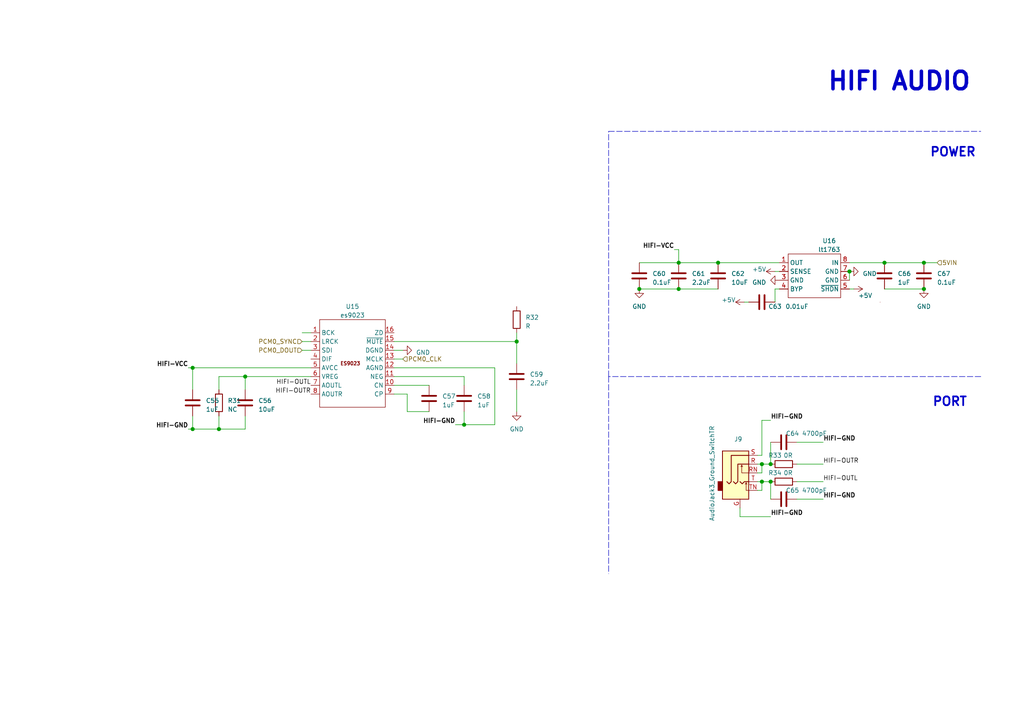
<source format=kicad_sch>
(kicad_sch (version 20210406) (generator eeschema)
  (paper "A4")
  (lib_symbols
    (symbol "Connector:AudioJack3_Ground_SwitchTR"
      (property "Reference" "J" (at 0 8.89 0))
      (property "Value" "AudioJack3_Ground_SwitchTR" (at 0 6.35 0))
      (symbol "AudioJack3_Ground_SwitchTR_0_1"
        (rectangle (start -5.08 -5.08) (end -6.35 -7.62) (stroke (width 0.254)) (fill (type outline)))
        (rectangle (start 2.54 3.81) (end -5.08 -10.16) (stroke (width 0.254)) (fill (type background)))
        (polyline (pts (xy 0.508 -0.254) (xy 0.762 -0.762)))
        (polyline (pts (xy 1.778 -5.334) (xy 2.032 -5.842)))
        (polyline (pts (xy 0 -5.08) (xy 0.635 -5.715) (xy 1.27 -5.08) (xy 2.54 -5.08)) (stroke (width 0.254)))
        (polyline (pts (xy 2.54 -7.62) (xy 1.778 -7.62) (xy 1.778 -5.334) (xy 1.524 -5.842)))
        (polyline (pts (xy 2.54 -2.54) (xy 0.508 -2.54) (xy 0.508 -0.254) (xy 0.254 -0.762)))
        (polyline (pts (xy -1.905 -5.08) (xy -1.27 -5.715) (xy -0.635 -5.08) (xy -0.635 0) (xy 2.54 0)) (stroke (width 0.254)))
        (polyline (pts (xy 2.54 2.54) (xy -2.54 2.54) (xy -2.54 -5.08) (xy -3.175 -5.715) (xy -3.81 -5.08)) (stroke (width 0.254)))
      )
      (symbol "AudioJack3_Ground_SwitchTR_1_1"
        (pin passive line (at 0 -12.7 90) (length 2.54) (name "~") (number "G"))
        (pin passive line (at 5.08 0 180) (length 2.54) (name "~") (number "R"))
        (pin passive line (at 5.08 -2.54 180) (length 2.54) (name "~") (number "RN"))
        (pin passive line (at 5.08 2.54 180) (length 2.54) (name "~") (number "S"))
        (pin passive line (at 5.08 -5.08 180) (length 2.54) (name "~") (number "T"))
        (pin passive line (at 5.08 -7.62 180) (length 2.54) (name "~") (number "TN"))
      )
    )
    (symbol "Device:C" (pin_numbers hide) (pin_names (offset 0.254))
      (property "Reference" "C" (at 0.635 2.54 0))
      (property "Value" "C" (at 0.635 -2.54 0))
      (symbol "C_0_1"
        (polyline (pts (xy -2.032 -0.762) (xy 2.032 -0.762)) (stroke (width 0.508)))
        (polyline (pts (xy -2.032 0.762) (xy 2.032 0.762)) (stroke (width 0.508)))
      )
      (symbol "C_1_1"
        (pin passive line (at 0 3.81 270) (length 2.794) (name "~") (number "1"))
        (pin passive line (at 0 -3.81 90) (length 2.794) (name "~") (number "2"))
      )
    )
    (symbol "Device:R" (pin_numbers hide) (pin_names (offset 0))
      (property "Reference" "R" (at 2.032 0 90))
      (property "Value" "R" (at 0 0 90))
      (symbol "R_0_1"
        (rectangle (start -1.016 -2.54) (end 1.016 2.54) (stroke (width 0.254)))
      )
      (symbol "R_1_1"
        (pin passive line (at 0 3.81 270) (length 1.27) (name "~") (number "1"))
        (pin passive line (at 0 -3.81 90) (length 1.27) (name "~") (number "2"))
      )
    )
    (symbol "es9023:es9023"
      (property "Reference" "U" (at 10.16 -13.97 0))
      (property "Value" "es9023" (at -6.35 13.97 0))
      (symbol "es9023_0_0"
        (text "ES9023" (at 0 0 0) (effects (font (size 1 1) bold)))
      )
      (symbol "es9023_0_1"
        (rectangle (start -8.89 12.7) (end 10.16 -12.7) (stroke (width 0.1524)))
      )
      (symbol "es9023_1_1"
        (pin input line (at -11.43 8.89 0) (length 2.54) (name "BCK") (number "1"))
        (pin input line (at 12.7 -6.35 180) (length 2.54) (name "CN") (number "10"))
        (pin input line (at 12.7 -3.81 180) (length 2.54) (name "NEG") (number "11"))
        (pin input line (at 12.7 -1.27 180) (length 2.54) (name "AGND") (number "12"))
        (pin input line (at 12.7 1.27 180) (length 2.54) (name "MCLK") (number "13"))
        (pin input line (at 12.7 3.81 180) (length 2.54) (name "DGND") (number "14"))
        (pin input line (at 12.7 6.35 180) (length 2.54) (name "~MUTE") (number "15"))
        (pin input line (at 12.7 8.89 180) (length 2.54) (name "ZD") (number "16"))
        (pin input line (at -11.43 6.35 0) (length 2.54) (name "LRCK") (number "2"))
        (pin input line (at -11.43 3.81 0) (length 2.54) (name "SDI") (number "3"))
        (pin input line (at -11.43 1.27 0) (length 2.54) (name "DIF") (number "4"))
        (pin input line (at -11.43 -1.27 0) (length 2.54) (name "AVCC") (number "5"))
        (pin input line (at -11.43 -3.81 0) (length 2.54) (name "VREG") (number "6"))
        (pin input line (at -11.43 -6.35 0) (length 2.54) (name "AOUTL") (number "7"))
        (pin input line (at -11.43 -8.89 0) (length 2.54) (name "AOUTR") (number "8"))
        (pin input line (at 12.7 -8.89 180) (length 2.54) (name "CP") (number "9"))
      )
    )
    (symbol "lt1763:lt1763"
      (property "Reference" "U" (at 7.62 -7.62 0))
      (property "Value" "lt1763" (at -5.08 7.62 0))
      (symbol "lt1763_0_1"
        (rectangle (start -7.62 6.35) (end 7.62 -6.35) (stroke (width 0.1524)))
        (rectangle (start 19.05 -7.62) (end 19.05 -7.62) (stroke (width 0.1524)))
      )
      (symbol "lt1763_1_1"
        (pin input line (at -10.16 3.81 0) (length 2.54) (name "OUT") (number "1"))
        (pin input line (at -10.16 1.27 0) (length 2.54) (name "SENSE") (number "2"))
        (pin input line (at -10.16 -1.27 0) (length 2.54) (name "GND") (number "3"))
        (pin input line (at -10.16 -3.81 0) (length 2.54) (name "BYP") (number "4"))
        (pin input line (at 10.16 -3.81 180) (length 2.54) (name "~SHDN") (number "5"))
        (pin input line (at 10.16 -1.27 180) (length 2.54) (name "GND") (number "6"))
        (pin input line (at 10.16 1.27 180) (length 2.54) (name "GND") (number "7"))
        (pin input line (at 10.16 3.81 180) (length 2.54) (name "IN") (number "8"))
      )
    )
    (symbol "power:+5V" (power) (pin_names (offset 0))
      (property "Value" "+5V" (at 0 3.556 0))
      (symbol "+5V_0_1"
        (polyline (pts (xy -0.762 1.27) (xy 0 2.54)))
        (polyline (pts (xy 0 0) (xy 0 2.54)))
        (polyline (pts (xy 0 2.54) (xy 0.762 1.27)))
      )
      (symbol "+5V_1_1"
        (pin power_in line (at 0 0 90) (length 0) hide (name "+5V") (number "1"))
      )
    )
    (symbol "power:GND" (power) (pin_names (offset 0))
      (property "Value" "GND" (at 0 -3.81 0))
      (symbol "GND_0_1"
        (polyline (pts (xy 0 0) (xy 0 -1.27) (xy 1.27 -1.27) (xy 0 -2.54) (xy -1.27 -1.27) (xy 0 -1.27)))
      )
      (symbol "GND_1_1"
        (pin power_in line (at 0 0 270) (length 0) hide (name "GND") (number "1"))
      )
    )
  )
  (junction (at 55.88 106.68) (diameter 1.016))
  (junction (at 55.88 124.46) (diameter 1.016))
  (junction (at 63.5 124.46) (diameter 1.016))
  (junction (at 71.12 109.22) (diameter 1.016))
  (junction (at 134.62 123.19) (diameter 1.016))
  (junction (at 149.86 99.06) (diameter 1.016))
  (junction (at 185.42 83.82) (diameter 1.016))
  (junction (at 196.85 76.2) (diameter 1.016))
  (junction (at 196.85 83.82) (diameter 1.016))
  (junction (at 208.28 76.2) (diameter 1.016))
  (junction (at 220.98 134.62) (diameter 1.016))
  (junction (at 220.98 139.7) (diameter 1.016))
  (junction (at 223.52 134.62) (diameter 1.016))
  (junction (at 223.52 139.7) (diameter 1.016))
  (junction (at 246.38 78.74) (diameter 1.016))
  (junction (at 256.54 76.2) (diameter 1.016))
  (junction (at 267.97 76.2) (diameter 1.016))
  (junction (at 267.97 83.82) (diameter 1.016))
  (wire (pts (xy 54.61 106.68) (xy 55.88 106.68)))
  (wire (pts (xy 54.61 124.46) (xy 55.88 124.46)))
  (wire (pts (xy 55.88 106.68) (xy 90.17 106.68)))
  (wire (pts (xy 55.88 113.03) (xy 55.88 106.68)))
  (wire (pts (xy 55.88 120.65) (xy 55.88 124.46)))
  (wire (pts (xy 55.88 124.46) (xy 63.5 124.46)))
  (wire (pts (xy 63.5 109.22) (xy 71.12 109.22)))
  (wire (pts (xy 63.5 113.03) (xy 63.5 109.22)))
  (wire (pts (xy 63.5 120.65) (xy 63.5 124.46)))
  (wire (pts (xy 63.5 124.46) (xy 71.12 124.46)))
  (wire (pts (xy 71.12 109.22) (xy 71.12 113.03)))
  (wire (pts (xy 71.12 109.22) (xy 90.17 109.22)))
  (wire (pts (xy 71.12 120.65) (xy 71.12 124.46)))
  (wire (pts (xy 87.63 96.52) (xy 90.17 96.52)))
  (wire (pts (xy 87.63 99.06) (xy 90.17 99.06)))
  (wire (pts (xy 87.63 101.6) (xy 90.17 101.6)))
  (wire (pts (xy 114.3 99.06) (xy 149.86 99.06)))
  (wire (pts (xy 114.3 101.6) (xy 116.84 101.6)))
  (wire (pts (xy 114.3 104.14) (xy 116.84 104.14)))
  (wire (pts (xy 114.3 106.68) (xy 143.51 106.68)))
  (wire (pts (xy 114.3 109.22) (xy 134.62 109.22)))
  (wire (pts (xy 114.3 111.76) (xy 124.46 111.76)))
  (wire (pts (xy 114.3 114.3) (xy 118.11 114.3)))
  (wire (pts (xy 118.11 114.3) (xy 118.11 119.38)))
  (wire (pts (xy 118.11 119.38) (xy 124.46 119.38)))
  (wire (pts (xy 134.62 109.22) (xy 134.62 111.76)))
  (wire (pts (xy 134.62 119.38) (xy 134.62 123.19)))
  (wire (pts (xy 134.62 123.19) (xy 132.08 123.19)))
  (wire (pts (xy 143.51 106.68) (xy 143.51 123.19)))
  (wire (pts (xy 143.51 123.19) (xy 134.62 123.19)))
  (wire (pts (xy 149.86 96.52) (xy 149.86 99.06)))
  (wire (pts (xy 149.86 99.06) (xy 149.86 105.41)))
  (wire (pts (xy 149.86 113.03) (xy 149.86 119.38)))
  (wire (pts (xy 185.42 76.2) (xy 196.85 76.2)))
  (wire (pts (xy 185.42 83.82) (xy 196.85 83.82)))
  (wire (pts (xy 195.58 72.39) (xy 196.85 72.39)))
  (wire (pts (xy 196.85 72.39) (xy 196.85 76.2)))
  (wire (pts (xy 196.85 76.2) (xy 208.28 76.2)))
  (wire (pts (xy 196.85 83.82) (xy 208.28 83.82)))
  (wire (pts (xy 208.28 76.2) (xy 226.06 76.2)))
  (wire (pts (xy 214.63 147.32) (xy 214.63 149.86)))
  (wire (pts (xy 214.63 149.86) (xy 223.52 149.86)))
  (wire (pts (xy 215.9 87.63) (xy 217.17 87.63)))
  (wire (pts (xy 219.71 134.62) (xy 220.98 134.62)))
  (wire (pts (xy 219.71 137.16) (xy 220.98 137.16)))
  (wire (pts (xy 219.71 139.7) (xy 220.98 139.7)))
  (wire (pts (xy 219.71 142.24) (xy 220.98 142.24)))
  (wire (pts (xy 220.98 121.92) (xy 220.98 132.08)))
  (wire (pts (xy 220.98 132.08) (xy 219.71 132.08)))
  (wire (pts (xy 220.98 134.62) (xy 223.52 134.62)))
  (wire (pts (xy 220.98 137.16) (xy 220.98 134.62)))
  (wire (pts (xy 220.98 139.7) (xy 220.98 142.24)))
  (wire (pts (xy 220.98 139.7) (xy 223.52 139.7)))
  (wire (pts (xy 223.52 121.92) (xy 220.98 121.92)))
  (wire (pts (xy 223.52 128.27) (xy 223.52 134.62)))
  (wire (pts (xy 223.52 139.7) (xy 223.52 144.78)))
  (wire (pts (xy 224.79 78.74) (xy 226.06 78.74)))
  (wire (pts (xy 224.79 83.82) (xy 224.79 87.63)))
  (wire (pts (xy 226.06 83.82) (xy 224.79 83.82)))
  (wire (pts (xy 231.14 134.62) (xy 238.76 134.62)))
  (wire (pts (xy 231.14 139.7) (xy 238.76 139.7)))
  (wire (pts (xy 238.76 128.27) (xy 231.14 128.27)))
  (wire (pts (xy 238.76 144.78) (xy 231.14 144.78)))
  (wire (pts (xy 246.38 76.2) (xy 256.54 76.2)))
  (wire (pts (xy 246.38 78.74) (xy 246.38 81.28)))
  (wire (pts (xy 246.38 83.82) (xy 247.65 83.82)))
  (wire (pts (xy 256.54 76.2) (xy 267.97 76.2)))
  (wire (pts (xy 256.54 83.82) (xy 267.97 83.82)))
  (wire (pts (xy 267.97 76.2) (xy 271.78 76.2)))
  (polyline (pts (xy 176.53 38.1) (xy 284.48 38.1)) (stroke (width 0) (type dash)))
  (polyline (pts (xy 176.53 109.22) (xy 176.53 38.1)) (stroke (width 0) (type dash)))
  (polyline (pts (xy 176.53 109.22) (xy 176.53 166.37)) (stroke (width 0) (type dash)))
  (polyline (pts (xy 284.48 109.22) (xy 176.53 109.22)) (stroke (width 0) (type dash)))
  (text "PORT\n" (at 280.67 118.11 180) (effects (font (size 2.54 2.54) (thickness 0.508) bold) (justify right bottom)))
  (text "HIFI AUDIO" (at 281.94 26.67 180) (effects (font (size 5.08 5.08) (thickness 1.016) bold) (justify right bottom)))
  (text "POWER\n" (at 283.21 45.72 180) (effects (font (size 2.54 2.54) (thickness 0.508) bold) (justify right bottom)))
  (label "HIFI-VCC" (at 54.61 106.68 180) (effects (font (thickness 0.254) bold)))
  (label "HIFI-GND" (at 54.61 124.46 180) (effects (font (thickness 0.254) bold)))
  (label "HIFI-OUTL" (at 90.17 111.76 180))
  (label "HIFI-OUTR" (at 90.17 114.3 180))
  (label "HIFI-GND" (at 132.08 123.19 180) (effects (font (thickness 0.254) bold)))
  (label "HIFI-VCC" (at 195.58 72.39 180) (effects (font (thickness 0.254) bold)))
  (label "HIFI-GND" (at 223.52 121.92 0) (effects (font (thickness 0.254) bold)))
  (label "HIFI-GND" (at 223.52 149.86 0) (effects (font (thickness 0.254) bold)))
  (label "HIFI-GND" (at 238.76 128.27 0) (effects (font (thickness 0.254) bold)))
  (label "HIFI-OUTR" (at 238.76 134.62 0))
  (label "HIFI-OUTL" (at 238.76 139.7 0))
  (label "HIFI-GND" (at 238.76 144.78 0) (effects (font (thickness 0.254) bold)))
  (hierarchical_label "PCM0_SYNC" (shape input) (at 87.63 99.06 180))
  (hierarchical_label "PCM0_DOUT" (shape input) (at 87.63 101.6 180))
  (hierarchical_label "PCM0_CLK" (shape input) (at 116.84 104.14 0))
  (hierarchical_label "5VIN" (shape input) (at 271.78 76.2 0))
  (symbol (lib_id "power:+5V") (at 215.9 87.63 90) (unit 1)
    (property "Reference" "#PWR0196" (effects hide))
    (property "Value" "+5V" (at 213.36 86.9951 90) (effects (justify left)))
  )
  (symbol (lib_id "power:+5V") (at 224.79 78.74 90) (unit 1)
    (property "Reference" "#PWR0194" (effects hide))
    (property "Value" "+5V" (at 222.25 78.1051 90) (effects (justify left)))
  )
  (symbol (lib_id "power:+5V") (at 247.65 83.82 270) (unit 1)
    (property "Reference" "#PWR0195" (effects hide))
    (property "Value" "+5V" (at 248.92 85.7249 90) (effects (justify left)))
  )
  (symbol (lib_id "power:GND") (at 116.84 101.6 90) (unit 1)
    (property "Reference" "#PWR0188" (effects hide))
    (property "Value" "GND" (at 120.65 102.2349 90) (effects (justify right)))
  )
  (symbol (lib_id "power:GND") (at 149.86 119.38 0) (unit 1)
    (property "Reference" "#PWR0189" (effects hide))
    (property "Value" "GND" (at 149.86 124.46 0))
  )
  (symbol (lib_id "power:GND") (at 185.42 83.82 0) (unit 1)
    (property "Reference" "#PWR0197" (effects hide))
    (property "Value" "GND" (at 185.42 88.9 0))
  )
  (symbol (lib_id "power:GND") (at 226.06 81.28 270) (unit 1)
    (property "Reference" "#PWR0190" (effects hide))
    (property "Value" "GND" (at 222.25 81.9149 90) (effects (justify right)))
  )
  (symbol (lib_id "power:GND") (at 246.38 78.74 90) (unit 1)
    (property "Reference" "#PWR0193" (effects hide))
    (property "Value" "GND" (at 250.19 79.3749 90) (effects (justify right)))
  )
  (symbol (lib_id "power:GND") (at 267.97 83.82 0) (unit 1)
    (property "Reference" "#PWR0191" (effects hide))
    (property "Value" "GND" (at 267.97 88.9 0))
  )
  (symbol (lib_id "Device:R") (at 63.5 116.84 0) (unit 1)
    (property "Reference" "R31" (at 66.04 116.2049 0) (effects (justify left)))
    (property "Value" "NC" (at 66.04 118.7449 0) (effects (justify left)))
    (property "Footprint" "Resistor_SMD:R_0402_1005Metric" (effects hide))
  )
  (symbol (lib_id "Device:R") (at 149.86 92.71 0) (unit 1)
    (property "Reference" "R32" (at 152.4 92.0749 0) (effects (justify left)))
    (property "Value" "R" (at 152.4 94.6149 0) (effects (justify left)))
    (property "Footprint" "Resistor_SMD:R_0402_1005Metric" (effects hide))
  )
  (symbol (lib_id "Device:R") (at 227.33 134.62 90) (unit 1)
    (property "Reference" "R33" (at 224.79 132.08 90))
    (property "Value" "0R" (at 228.6 132.08 90))
    (property "Footprint" "Resistor_SMD:R_0402_1005Metric" (effects hide))
  )
  (symbol (lib_id "Device:R") (at 227.33 139.7 90) (unit 1)
    (property "Reference" "R34" (at 224.79 137.16 90))
    (property "Value" "0R" (at 228.6 137.16 90))
    (property "Footprint" "Resistor_SMD:R_0402_1005Metric" (effects hide))
  )
  (symbol (lib_id "Device:C") (at 55.88 116.84 0) (unit 1)
    (property "Reference" "C55" (at 59.69 116.2049 0) (effects (justify left)))
    (property "Value" "1uF" (at 59.69 118.7449 0) (effects (justify left)))
    (property "Footprint" "Capacitor_SMD:C_0603_1608Metric" (effects hide))
  )
  (symbol (lib_id "Device:C") (at 71.12 116.84 0) (unit 1)
    (property "Reference" "C56" (at 74.93 116.2049 0) (effects (justify left)))
    (property "Value" "10uF" (at 74.93 118.7449 0) (effects (justify left)))
    (property "Footprint" "Capacitor_SMD:C_0805_2012Metric" (effects hide))
  )
  (symbol (lib_id "Device:C") (at 124.46 115.57 0) (unit 1)
    (property "Reference" "C57" (at 128.27 114.9349 0) (effects (justify left)))
    (property "Value" "1uF" (at 128.27 117.4749 0) (effects (justify left)))
    (property "Footprint" "Capacitor_SMD:C_0603_1608Metric" (effects hide))
  )
  (symbol (lib_id "Device:C") (at 134.62 115.57 0) (unit 1)
    (property "Reference" "C58" (at 138.43 114.9349 0) (effects (justify left)))
    (property "Value" "1uF" (at 138.43 117.4749 0) (effects (justify left)))
    (property "Footprint" "Capacitor_SMD:C_0603_1608Metric" (effects hide))
  )
  (symbol (lib_id "Device:C") (at 149.86 109.22 0) (unit 1)
    (property "Reference" "C59" (at 153.67 108.5849 0) (effects (justify left)))
    (property "Value" "2.2uF" (at 153.67 111.1249 0) (effects (justify left)))
    (property "Footprint" "Capacitor_SMD:C_0603_1608Metric" (effects hide))
  )
  (symbol (lib_id "Device:C") (at 185.42 80.01 0) (unit 1)
    (property "Reference" "C60" (at 189.23 79.3749 0) (effects (justify left)))
    (property "Value" "0.1uF" (at 189.23 81.9149 0) (effects (justify left)))
    (property "Footprint" "Capacitor_SMD:C_0402_1005Metric" (effects hide))
  )
  (symbol (lib_id "Device:C") (at 196.85 80.01 0) (unit 1)
    (property "Reference" "C61" (at 200.66 79.3749 0) (effects (justify left)))
    (property "Value" "2.2uF" (at 200.66 81.9149 0) (effects (justify left)))
    (property "Footprint" "Capacitor_SMD:C_0603_1608Metric" (effects hide))
  )
  (symbol (lib_id "Device:C") (at 208.28 80.01 0) (unit 1)
    (property "Reference" "C62" (at 212.09 79.3749 0) (effects (justify left)))
    (property "Value" "10uF" (at 212.09 81.9149 0) (effects (justify left)))
    (property "Footprint" "Capacitor_SMD:C_0805_2012Metric" (effects hide))
  )
  (symbol (lib_id "Device:C") (at 220.98 87.63 90) (unit 1)
    (property "Reference" "C63" (at 224.79 88.9 90))
    (property "Value" "0.01uF" (at 231.14 88.9 90))
    (property "Footprint" "Capacitor_SMD:C_0402_1005Metric" (effects hide))
  )
  (symbol (lib_id "Device:C") (at 227.33 128.27 90) (unit 1)
    (property "Reference" "C64" (at 229.87 125.73 90))
    (property "Value" "4700pF" (at 236.22 125.73 90))
    (property "Footprint" "Capacitor_SMD:C_0402_1005Metric" (effects hide))
  )
  (symbol (lib_id "Device:C") (at 227.33 144.78 90) (unit 1)
    (property "Reference" "C65" (at 229.87 142.24 90))
    (property "Value" "4700pF" (at 236.22 142.24 90))
    (property "Footprint" "Capacitor_SMD:C_0402_1005Metric" (effects hide))
  )
  (symbol (lib_id "Device:C") (at 256.54 80.01 0) (unit 1)
    (property "Reference" "C66" (at 260.35 79.3749 0) (effects (justify left)))
    (property "Value" "1uF" (at 260.35 81.9149 0) (effects (justify left)))
    (property "Footprint" "Capacitor_SMD:C_0603_1608Metric" (effects hide))
  )
  (symbol (lib_id "Device:C") (at 267.97 80.01 0) (unit 1)
    (property "Reference" "C67" (at 271.78 79.3749 0) (effects (justify left)))
    (property "Value" "0.1uF" (at 271.78 81.9149 0) (effects (justify left)))
    (property "Footprint" "Capacitor_SMD:C_0402_1005Metric" (effects hide))
  )
  (symbol (lib_id "Connector:AudioJack3_Ground_SwitchTR") (at 214.63 134.62 0) (unit 1)
    (property "Reference" "J9" (at 214.122 127.3768 0))
    (property "Value" "AudioJack3_Ground_SwitchTR" (at 206.502 137.2955 90))
    (property "Footprint" "Connector_Audio:Jack_3.5mm_CUI_SJ1-3535NG_Horizontal" (effects hide))
  )
  (symbol (lib_id "lt1763:lt1763") (at 236.22 80.01 0) (unit 1)
    (property "Reference" "U16" (at 240.5126 69.85 0))
    (property "Value" "lt1763" (at 240.5126 72.39 0))
    (property "Footprint" "Package_SO:SOP-8_3.76x4.96mm_P1.27mm" (effects hide))
  )
  (symbol (lib_id "es9023:es9023") (at 101.6 105.41 0) (unit 1)
    (property "Reference" "U15" (at 102.235 88.9 0))
    (property "Value" "es9023" (at 102.235 91.44 0))
    (property "Footprint" "Package_SO:SOP-16_4.55x10.3mm_P1.27mm" (effects hide))
  )
)
</source>
